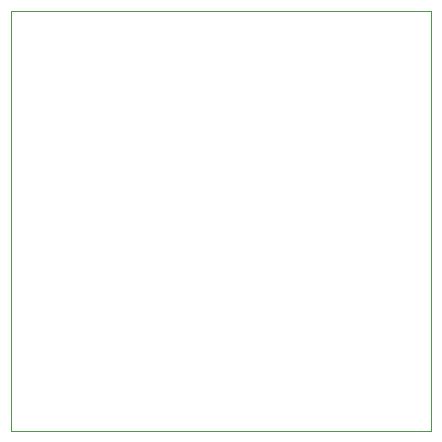
<source format=gbr>
%TF.GenerationSoftware,KiCad,Pcbnew,(6.0.7)*%
%TF.CreationDate,2022-09-26T10:55:09-05:00*%
%TF.ProjectId,OpenMuscle5,4f70656e-4d75-4736-936c-65352e6b6963,rev?*%
%TF.SameCoordinates,Original*%
%TF.FileFunction,Profile,NP*%
%FSLAX46Y46*%
G04 Gerber Fmt 4.6, Leading zero omitted, Abs format (unit mm)*
G04 Created by KiCad (PCBNEW (6.0.7)) date 2022-09-26 10:55:09*
%MOMM*%
%LPD*%
G01*
G04 APERTURE LIST*
%TA.AperFunction,Profile*%
%ADD10C,0.100000*%
%TD*%
G04 APERTURE END LIST*
D10*
X152400000Y-76200000D02*
X187960000Y-76200000D01*
X187960000Y-76200000D02*
X187960000Y-111760000D01*
X187960000Y-111760000D02*
X152400000Y-111760000D01*
X152400000Y-111760000D02*
X152400000Y-76200000D01*
M02*

</source>
